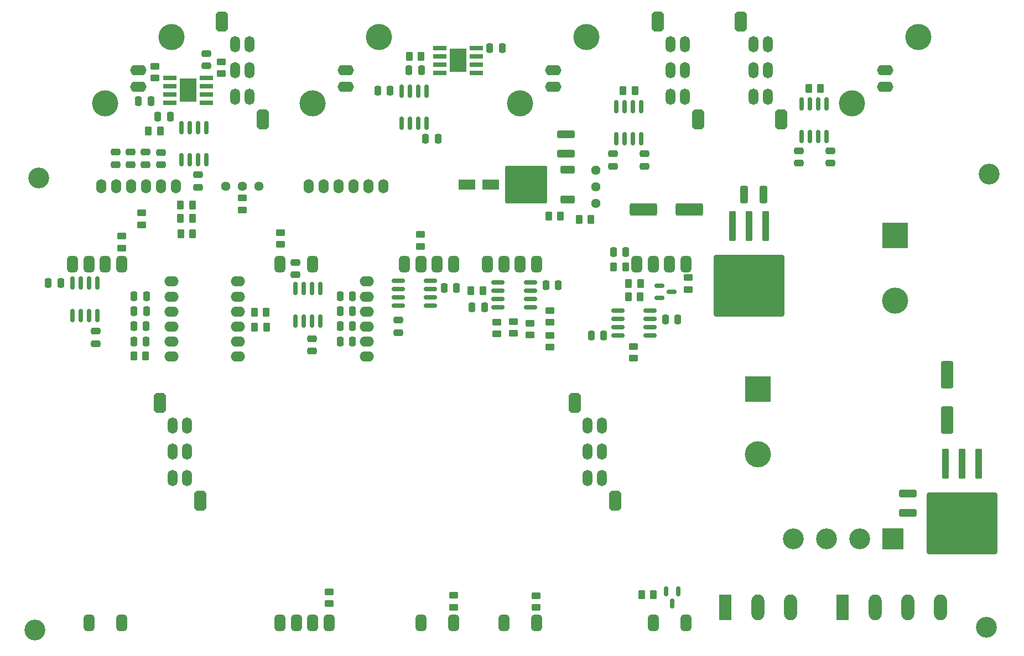
<source format=gbr>
%TF.GenerationSoftware,KiCad,Pcbnew,7.0.2*%
%TF.CreationDate,2023-07-19T18:14:24-04:00*%
%TF.ProjectId,basic_pid,62617369-635f-4706-9964-2e6b69636164,rev?*%
%TF.SameCoordinates,Original*%
%TF.FileFunction,Soldermask,Top*%
%TF.FilePolarity,Negative*%
%FSLAX46Y46*%
G04 Gerber Fmt 4.6, Leading zero omitted, Abs format (unit mm)*
G04 Created by KiCad (PCBNEW 7.0.2) date 2023-07-19 18:14:24*
%MOMM*%
%LPD*%
G01*
G04 APERTURE LIST*
G04 Aperture macros list*
%AMRoundRect*
0 Rectangle with rounded corners*
0 $1 Rounding radius*
0 $2 $3 $4 $5 $6 $7 $8 $9 X,Y pos of 4 corners*
0 Add a 4 corners polygon primitive as box body*
4,1,4,$2,$3,$4,$5,$6,$7,$8,$9,$2,$3,0*
0 Add four circle primitives for the rounded corners*
1,1,$1+$1,$2,$3*
1,1,$1+$1,$4,$5*
1,1,$1+$1,$6,$7*
1,1,$1+$1,$8,$9*
0 Add four rect primitives between the rounded corners*
20,1,$1+$1,$2,$3,$4,$5,0*
20,1,$1+$1,$4,$5,$6,$7,0*
20,1,$1+$1,$6,$7,$8,$9,0*
20,1,$1+$1,$8,$9,$2,$3,0*%
%AMOutline5P*
0 Free polygon, 5 corners , with rotation*
0 The origin of the aperture is its center*
0 number of corners: always 5*
0 $1 to $10 corner X, Y*
0 $11 Rotation angle, in degrees counterclockwise*
0 create outline with 5 corners*
4,1,5,$1,$2,$3,$4,$5,$6,$7,$8,$9,$10,$1,$2,$11*%
%AMOutline6P*
0 Free polygon, 6 corners , with rotation*
0 The origin of the aperture is its center*
0 number of corners: always 6*
0 $1 to $12 corner X, Y*
0 $13 Rotation angle, in degrees counterclockwise*
0 create outline with 6 corners*
4,1,6,$1,$2,$3,$4,$5,$6,$7,$8,$9,$10,$11,$12,$1,$2,$13*%
%AMOutline7P*
0 Free polygon, 7 corners , with rotation*
0 The origin of the aperture is its center*
0 number of corners: always 7*
0 $1 to $14 corner X, Y*
0 $15 Rotation angle, in degrees counterclockwise*
0 create outline with 7 corners*
4,1,7,$1,$2,$3,$4,$5,$6,$7,$8,$9,$10,$11,$12,$13,$14,$1,$2,$15*%
%AMOutline8P*
0 Free polygon, 8 corners , with rotation*
0 The origin of the aperture is its center*
0 number of corners: always 8*
0 $1 to $16 corner X, Y*
0 $17 Rotation angle, in degrees counterclockwise*
0 create outline with 8 corners*
4,1,8,$1,$2,$3,$4,$5,$6,$7,$8,$9,$10,$11,$12,$13,$14,$15,$16,$1,$2,$17*%
G04 Aperture macros list end*
%ADD10RoundRect,0.250000X-0.475000X0.250000X-0.475000X-0.250000X0.475000X-0.250000X0.475000X0.250000X0*%
%ADD11RoundRect,0.250000X0.475000X-0.250000X0.475000X0.250000X-0.475000X0.250000X-0.475000X-0.250000X0*%
%ADD12RoundRect,0.250000X0.250000X0.475000X-0.250000X0.475000X-0.250000X-0.475000X0.250000X-0.475000X0*%
%ADD13RoundRect,0.250000X-0.250000X-0.475000X0.250000X-0.475000X0.250000X0.475000X-0.250000X0.475000X0*%
%ADD14RoundRect,0.150000X-0.150000X0.825000X-0.150000X-0.825000X0.150000X-0.825000X0.150000X0.825000X0*%
%ADD15RoundRect,0.250000X0.262500X0.450000X-0.262500X0.450000X-0.262500X-0.450000X0.262500X-0.450000X0*%
%ADD16RoundRect,0.250000X0.450000X-0.262500X0.450000X0.262500X-0.450000X0.262500X-0.450000X-0.262500X0*%
%ADD17RoundRect,0.250000X-1.100000X0.325000X-1.100000X-0.325000X1.100000X-0.325000X1.100000X0.325000X0*%
%ADD18C,3.200000*%
%ADD19RoundRect,0.250000X-0.700000X1.825000X-0.700000X-1.825000X0.700000X-1.825000X0.700000X1.825000X0*%
%ADD20RoundRect,0.150000X-0.587500X-0.150000X0.587500X-0.150000X0.587500X0.150000X-0.587500X0.150000X0*%
%ADD21RoundRect,0.250000X-0.262500X-0.450000X0.262500X-0.450000X0.262500X0.450000X-0.262500X0.450000X0*%
%ADD22RoundRect,0.250000X-0.450000X0.262500X-0.450000X-0.262500X0.450000X-0.262500X0.450000X0.262500X0*%
%ADD23RoundRect,0.250000X1.050000X0.550000X-1.050000X0.550000X-1.050000X-0.550000X1.050000X-0.550000X0*%
%ADD24R,2.032000X0.660400*%
%ADD25C,0.355600*%
%ADD26R,2.540000X3.556000*%
%ADD27R,4.000000X4.000000*%
%ADD28C,4.000000*%
%ADD29RoundRect,0.150000X-0.825000X-0.150000X0.825000X-0.150000X0.825000X0.150000X-0.825000X0.150000X0*%
%ADD30RoundRect,0.250000X-0.300000X2.050000X-0.300000X-2.050000X0.300000X-2.050000X0.300000X2.050000X0*%
%ADD31RoundRect,0.250002X-5.149998X4.449998X-5.149998X-4.449998X5.149998X-4.449998X5.149998X4.449998X0*%
%ADD32R,3.200000X3.200000*%
%ADD33R,1.980000X3.960000*%
%ADD34O,1.980000X3.960000*%
%ADD35RoundRect,0.150000X-0.150000X0.587500X-0.150000X-0.587500X0.150000X-0.587500X0.150000X0.587500X0*%
%ADD36RoundRect,0.250000X0.325000X1.100000X-0.325000X1.100000X-0.325000X-1.100000X0.325000X-1.100000X0*%
%ADD37RoundRect,0.250000X0.850000X0.350000X-0.850000X0.350000X-0.850000X-0.350000X0.850000X-0.350000X0*%
%ADD38RoundRect,0.249997X2.950003X2.650003X-2.950003X2.650003X-2.950003X-2.650003X2.950003X-2.650003X0*%
%ADD39RoundRect,0.250000X1.825000X0.700000X-1.825000X0.700000X-1.825000X-0.700000X1.825000X-0.700000X0*%
%ADD40RoundRect,0.250000X1.100000X-0.325000X1.100000X0.325000X-1.100000X0.325000X-1.100000X-0.325000X0*%
%ADD41O,2.200000X1.524000*%
%ADD42O,1.524000X2.200000*%
%ADD43O,2.500000X1.600000*%
%ADD44RoundRect,0.508000X-0.317500X-0.762000X0.317500X-0.762000X0.317500X0.762000X-0.317500X0.762000X0*%
%ADD45RoundRect,0.508000X0.317500X0.762000X-0.317500X0.762000X-0.317500X-0.762000X0.317500X-0.762000X0*%
%ADD46O,1.500000X2.500000*%
%ADD47Outline8P,-1.500000X0.540000X-1.140000X0.900000X1.140000X0.900000X1.500000X0.540000X1.500000X-0.540000X1.140000X-0.900000X-1.140000X-0.900000X-1.500000X-0.540000X90.000000*%
%ADD48Outline8P,-1.500000X0.540000X-1.140000X0.900000X1.140000X0.900000X1.500000X0.540000X1.500000X-0.540000X1.140000X-0.900000X-1.140000X-0.900000X-1.500000X-0.540000X270.000000*%
%ADD49C,1.440000*%
G04 APERTURE END LIST*
D10*
%TO.C,C22*%
X147189785Y-79214186D03*
X147189785Y-81114186D03*
%TD*%
%TO.C,C28*%
X198120000Y-50866000D03*
X198120000Y-52766000D03*
%TD*%
D11*
%TO.C,C29*%
X221742000Y-52324000D03*
X221742000Y-50424000D03*
%TD*%
D12*
%TO.C,C36*%
X122529912Y-42780399D03*
X120629912Y-42780399D03*
%TD*%
D13*
%TO.C,C1*%
X193324556Y-65888588D03*
X195224556Y-65888588D03*
%TD*%
%TO.C,C30*%
X164571330Y-48543772D03*
X166471330Y-48543772D03*
%TD*%
D14*
%TO.C,U7*%
X164743107Y-41255715D03*
X163473107Y-41255715D03*
X162203107Y-41255715D03*
X160933107Y-41255715D03*
X160933107Y-46205715D03*
X162203107Y-46205715D03*
X163473107Y-46205715D03*
X164743107Y-46205715D03*
%TD*%
D15*
%TO.C,R20*%
X128904874Y-60765575D03*
X127079874Y-60765575D03*
%TD*%
D13*
%TO.C,C4*%
X119950490Y-75016237D03*
X121850490Y-75016237D03*
%TD*%
%TO.C,C31*%
X157271330Y-41177772D03*
X159171330Y-41177772D03*
%TD*%
D14*
%TO.C,U12*%
X131040539Y-46873999D03*
X129770539Y-46873999D03*
X128500539Y-46873999D03*
X127230539Y-46873999D03*
X127230539Y-51823999D03*
X128500539Y-51823999D03*
X129770539Y-51823999D03*
X131040539Y-51823999D03*
%TD*%
D16*
%TO.C,R28*%
X204791002Y-71661088D03*
X204791002Y-69836088D03*
%TD*%
D17*
%TO.C,C25*%
X238400000Y-102950000D03*
X238400000Y-105900000D03*
%TD*%
D18*
%TO.C,H1*%
X250825000Y-53975000D03*
%TD*%
D16*
%TO.C,R29*%
X136551318Y-59463248D03*
X136551318Y-57638248D03*
%TD*%
D13*
%TO.C,C9*%
X151482846Y-72675380D03*
X153382846Y-72675380D03*
%TD*%
D19*
%TO.C,C33*%
X244374513Y-84682000D03*
X244374513Y-91632000D03*
%TD*%
D16*
%TO.C,R4*%
X196410057Y-82206272D03*
X196410057Y-80381272D03*
%TD*%
D20*
%TO.C,U1*%
X200357500Y-71059000D03*
X200357500Y-72959000D03*
X202232500Y-72009000D03*
%TD*%
D10*
%TO.C,C12*%
X121715637Y-50644852D03*
X121715637Y-52544852D03*
%TD*%
D21*
%TO.C,R34*%
X223219000Y-40894000D03*
X225044000Y-40894000D03*
%TD*%
D22*
%TO.C,R13*%
X163820390Y-63250847D03*
X163820390Y-65075847D03*
%TD*%
D15*
%TO.C,R1*%
X197485000Y-70739000D03*
X195660000Y-70739000D03*
%TD*%
D18*
%TO.C,H2*%
X105410000Y-54610000D03*
%TD*%
D13*
%TO.C,C15*%
X189941612Y-78752855D03*
X191841612Y-78752855D03*
%TD*%
D10*
%TO.C,C40*%
X129785632Y-54116256D03*
X129785632Y-56016256D03*
%TD*%
D23*
%TO.C,C44*%
X174542000Y-55626000D03*
X170942000Y-55626000D03*
%TD*%
D16*
%TO.C,R23*%
X123190000Y-37441500D03*
X123190000Y-39266500D03*
%TD*%
D21*
%TO.C,R2*%
X197626000Y-118394000D03*
X199451000Y-118394000D03*
%TD*%
%TO.C,R9*%
X171531988Y-71886973D03*
X173356988Y-71886973D03*
%TD*%
D24*
%TO.C,U13*%
X131040539Y-43063999D03*
X131040539Y-41793999D03*
X131040539Y-40523999D03*
X131040539Y-39253999D03*
X125452539Y-39253999D03*
X125452539Y-40523999D03*
X125452539Y-41793999D03*
X125452539Y-43063999D03*
D25*
X129135539Y-42682999D03*
X129135539Y-41158999D03*
X129135539Y-39634999D03*
X128691039Y-41920999D03*
X128691039Y-40396999D03*
X128246539Y-42682999D03*
X128246539Y-41158999D03*
D26*
X128246539Y-41158999D03*
D25*
X128246539Y-39634999D03*
X127802039Y-41920999D03*
X127802039Y-40396999D03*
X127357539Y-42682999D03*
X127357539Y-41158999D03*
X127357539Y-39634999D03*
%TD*%
D27*
%TO.C,C19*%
X215400000Y-86900000D03*
D28*
X215400000Y-96900000D03*
%TD*%
D15*
%TO.C,R15*%
X163910050Y-35931061D03*
X162085050Y-35931061D03*
%TD*%
D29*
%TO.C,U10*%
X160404000Y-70358000D03*
X160404000Y-71628000D03*
X160404000Y-72898000D03*
X160404000Y-74168000D03*
X165354000Y-74168000D03*
X165354000Y-72898000D03*
X165354000Y-71628000D03*
X165354000Y-70358000D03*
%TD*%
D16*
%TO.C,R10*%
X183628521Y-74883000D03*
X183628521Y-76708000D03*
%TD*%
D30*
%TO.C,U15*%
X249241513Y-98360000D03*
X246701513Y-98360000D03*
D31*
X246701513Y-107510000D03*
D30*
X244161513Y-98360000D03*
%TD*%
D29*
%TO.C,U5*%
X194015347Y-74939710D03*
X194015347Y-76209710D03*
X194015347Y-77479710D03*
X194015347Y-78749710D03*
X198965347Y-78749710D03*
X198965347Y-77479710D03*
X198965347Y-76209710D03*
X198965347Y-74939710D03*
%TD*%
D13*
%TO.C,C2*%
X119920822Y-79616208D03*
X121820822Y-79616208D03*
%TD*%
%TO.C,C8*%
X151486890Y-74994304D03*
X153386890Y-74994304D03*
%TD*%
%TO.C,C3*%
X119937282Y-77281078D03*
X121837282Y-77281078D03*
%TD*%
%TO.C,C6*%
X151472514Y-79619652D03*
X153372514Y-79619652D03*
%TD*%
D10*
%TO.C,C10*%
X117156038Y-50644852D03*
X117156038Y-52544852D03*
%TD*%
D16*
%TO.C,R18*%
X121158000Y-61769000D03*
X121158000Y-59944000D03*
%TD*%
D15*
%TO.C,R32*%
X185231020Y-60415319D03*
X183406020Y-60415319D03*
%TD*%
D10*
%TO.C,C34*%
X226568000Y-50424000D03*
X226568000Y-52324000D03*
%TD*%
%TO.C,C11*%
X119423514Y-50644852D03*
X119423514Y-52544852D03*
%TD*%
D12*
%TO.C,C43*%
X125511875Y-45174552D03*
X123611875Y-45174552D03*
%TD*%
D10*
%TO.C,C23*%
X144633302Y-67528119D03*
X144633302Y-69428119D03*
%TD*%
D15*
%TO.C,R14*%
X121746574Y-81848528D03*
X119921574Y-81848528D03*
%TD*%
D13*
%TO.C,C14*%
X201288358Y-76214741D03*
X203188358Y-76214741D03*
%TD*%
D21*
%TO.C,R33*%
X194818000Y-41214000D03*
X196643000Y-41214000D03*
%TD*%
D22*
%TO.C,R27*%
X118104184Y-63495367D03*
X118104184Y-65320367D03*
%TD*%
D16*
%TO.C,R24*%
X181526556Y-120388090D03*
X181526556Y-118563090D03*
%TD*%
D10*
%TO.C,C13*%
X124068857Y-50655314D03*
X124068857Y-52555314D03*
%TD*%
D13*
%TO.C,C17*%
X171675343Y-74422000D03*
X173575343Y-74422000D03*
%TD*%
D12*
%TO.C,C38*%
X163939872Y-38064769D03*
X162039872Y-38064769D03*
%TD*%
D11*
%TO.C,C35*%
X193294000Y-52766000D03*
X193294000Y-50866000D03*
%TD*%
D21*
%TO.C,R16*%
X138403651Y-77441179D03*
X140228651Y-77441179D03*
%TD*%
D14*
%TO.C,U11*%
X114357857Y-70674542D03*
X113087857Y-70674542D03*
X111817857Y-70674542D03*
X110547857Y-70674542D03*
X110547857Y-75624542D03*
X111817857Y-75624542D03*
X113087857Y-75624542D03*
X114357857Y-75624542D03*
%TD*%
D13*
%TO.C,C27*%
X106821027Y-70654882D03*
X108721027Y-70654882D03*
%TD*%
%TO.C,C5*%
X119957344Y-72734573D03*
X121857344Y-72734573D03*
%TD*%
D32*
%TO.C,D1*%
X236060000Y-109900000D03*
D18*
X230980000Y-109900000D03*
X225900000Y-109900000D03*
X220820000Y-109900000D03*
%TD*%
%TO.C,H4*%
X250400000Y-123400000D03*
%TD*%
D15*
%TO.C,R30*%
X189888500Y-60960000D03*
X188063500Y-60960000D03*
%TD*%
D21*
%TO.C,R17*%
X138376980Y-75144498D03*
X140201980Y-75144498D03*
%TD*%
D33*
%TO.C,J6*%
X210460000Y-120400000D03*
D34*
X215460000Y-120400000D03*
X220460000Y-120400000D03*
%TD*%
D10*
%TO.C,C37*%
X131037208Y-35534266D03*
X131037208Y-37434266D03*
%TD*%
D14*
%TO.C,U9*%
X148474003Y-71553337D03*
X147204003Y-71553337D03*
X145934003Y-71553337D03*
X144664003Y-71553337D03*
X144664003Y-76503337D03*
X145934003Y-76503337D03*
X147204003Y-76503337D03*
X148474003Y-76503337D03*
%TD*%
D18*
%TO.C,H3*%
X104775000Y-123825000D03*
%TD*%
D11*
%TO.C,C21*%
X160388639Y-78277554D03*
X160388639Y-76377554D03*
%TD*%
D16*
%TO.C,R11*%
X183628521Y-80518000D03*
X183628521Y-78693000D03*
%TD*%
D14*
%TO.C,U4*%
X225933000Y-43245000D03*
X224663000Y-43245000D03*
X223393000Y-43245000D03*
X222123000Y-43245000D03*
X222123000Y-48195000D03*
X223393000Y-48195000D03*
X224663000Y-48195000D03*
X225933000Y-48195000D03*
%TD*%
D15*
%TO.C,R19*%
X128921050Y-63093340D03*
X127096050Y-63093340D03*
%TD*%
D35*
%TO.C,U2*%
X203261000Y-117886000D03*
X201361000Y-117886000D03*
X202311000Y-119761000D03*
%TD*%
D16*
%TO.C,R25*%
X142394771Y-64770000D03*
X142394771Y-62945000D03*
%TD*%
D13*
%TO.C,C7*%
X151486890Y-77278515D03*
X153386890Y-77278515D03*
%TD*%
D12*
%TO.C,C39*%
X176306175Y-34668646D03*
X174406175Y-34668646D03*
%TD*%
D15*
%TO.C,R3*%
X195198784Y-68208047D03*
X193373784Y-68208047D03*
%TD*%
D13*
%TO.C,C16*%
X182998521Y-71044749D03*
X184898521Y-71044749D03*
%TD*%
D36*
%TO.C,C24*%
X216310000Y-57150000D03*
X213360000Y-57150000D03*
%TD*%
D15*
%TO.C,R22*%
X123989447Y-47365468D03*
X122164447Y-47365468D03*
%TD*%
D10*
%TO.C,C26*%
X114054319Y-78050749D03*
X114054319Y-79950749D03*
%TD*%
D37*
%TO.C,U16*%
X186285914Y-57852853D03*
D38*
X179985914Y-55572853D03*
D37*
X186285914Y-53292853D03*
%TD*%
D16*
%TO.C,R6*%
X180594000Y-78636500D03*
X180594000Y-76811500D03*
%TD*%
D39*
%TO.C,C32*%
X204900000Y-59400000D03*
X197950000Y-59400000D03*
%TD*%
D21*
%TO.C,R5*%
X197413847Y-72767739D03*
X195588847Y-72767739D03*
%TD*%
D40*
%TO.C,C42*%
X186068098Y-50830458D03*
X186068098Y-47880458D03*
%TD*%
D27*
%TO.C,C18*%
X236400000Y-63400000D03*
D28*
X236400000Y-73400000D03*
%TD*%
D29*
%TO.C,U6*%
X175685406Y-70576901D03*
X175685406Y-71846901D03*
X175685406Y-73116901D03*
X175685406Y-74386901D03*
X180635406Y-74386901D03*
X180635406Y-73116901D03*
X180635406Y-71846901D03*
X180635406Y-70576901D03*
%TD*%
D16*
%TO.C,R26*%
X168910000Y-120336220D03*
X168910000Y-118511220D03*
%TD*%
%TO.C,R7*%
X175514000Y-78486000D03*
X175514000Y-76661000D03*
%TD*%
D30*
%TO.C,U14*%
X216662000Y-61946000D03*
X214122000Y-61946000D03*
D31*
X214122000Y-71096000D03*
D30*
X211582000Y-61946000D03*
%TD*%
D14*
%TO.C,U3*%
X197612000Y-43630000D03*
X196342000Y-43630000D03*
X195072000Y-43630000D03*
X193802000Y-43630000D03*
X193802000Y-48580000D03*
X195072000Y-48580000D03*
X196342000Y-48580000D03*
X197612000Y-48580000D03*
%TD*%
D22*
%TO.C,R12*%
X149860000Y-117959500D03*
X149860000Y-119784500D03*
%TD*%
D21*
%TO.C,R21*%
X127078976Y-58745812D03*
X128903976Y-58745812D03*
%TD*%
D13*
%TO.C,C20*%
X167394283Y-71452427D03*
X169294283Y-71452427D03*
%TD*%
D24*
%TO.C,U8*%
X172300512Y-38469772D03*
X172300512Y-37199772D03*
X172300512Y-35929772D03*
X172300512Y-34659772D03*
X166712512Y-34659772D03*
X166712512Y-35929772D03*
X166712512Y-37199772D03*
X166712512Y-38469772D03*
D25*
X170395512Y-38088772D03*
X170395512Y-36564772D03*
X170395512Y-35040772D03*
X169951012Y-37326772D03*
X169951012Y-35802772D03*
X169506512Y-38088772D03*
X169506512Y-36564772D03*
D26*
X169506512Y-36564772D03*
D25*
X169506512Y-35040772D03*
X169062012Y-37326772D03*
X169062012Y-35802772D03*
X168617512Y-38088772D03*
X168617512Y-36564772D03*
X168617512Y-35040772D03*
%TD*%
D16*
%TO.C,R8*%
X178054000Y-78382500D03*
X178054000Y-76557500D03*
%TD*%
D33*
%TO.C,J5*%
X228400000Y-120400000D03*
D34*
X233400000Y-120400000D03*
X238400000Y-120400000D03*
X243400000Y-120400000D03*
%TD*%
D16*
%TO.C,R31*%
X133343552Y-38588712D03*
X133343552Y-36763712D03*
%TD*%
D41*
%TO.C,SW8*%
X135890000Y-79650000D03*
X135890000Y-77350000D03*
X135890000Y-75050000D03*
X135890000Y-72750000D03*
X135890000Y-70450000D03*
X135890000Y-81950000D03*
%TD*%
D42*
%TO.C,SW9*%
X117200000Y-55880000D03*
X119500000Y-55880000D03*
X121800000Y-55880000D03*
X124100000Y-55880000D03*
X126400000Y-55880000D03*
X114900000Y-55880000D03*
%TD*%
D28*
%TO.C,J4*%
X125730000Y-33020000D03*
X115570000Y-43180000D03*
D43*
X120650000Y-38100000D03*
X120650000Y-40640000D03*
%TD*%
D44*
%TO.C,RV3*%
X147300000Y-122750000D03*
X149800000Y-122750000D03*
X147300000Y-67750000D03*
X142300000Y-67750000D03*
X142300000Y-122750000D03*
X144800000Y-122750000D03*
%TD*%
D45*
%TO.C,RV4*%
X163850000Y-67750000D03*
X161350000Y-67750000D03*
X163850000Y-122750000D03*
X168850000Y-122750000D03*
X168850000Y-67750000D03*
X166350000Y-67750000D03*
%TD*%
D46*
%TO.C,SW5*%
X191600000Y-100520000D03*
X191600000Y-96520000D03*
X191600000Y-92520000D03*
X189400000Y-100520000D03*
X189400000Y-96520000D03*
X189400000Y-92520000D03*
D47*
X193600000Y-104020000D03*
X187400000Y-89020000D03*
%TD*%
D46*
%TO.C,SW1*%
X202100000Y-34100000D03*
X202100000Y-38100000D03*
X202100000Y-42100000D03*
X204300000Y-34100000D03*
X204300000Y-38100000D03*
X204300000Y-42100000D03*
D48*
X200100000Y-30600000D03*
X206300000Y-45600000D03*
%TD*%
D45*
%TO.C,RV5*%
X113050000Y-67750000D03*
X110550000Y-67750000D03*
X113050000Y-122750000D03*
X118050000Y-122750000D03*
X118050000Y-67750000D03*
X115550000Y-67750000D03*
%TD*%
%TO.C,RV1*%
X199410000Y-67750000D03*
X196910000Y-67750000D03*
X199410000Y-122750000D03*
X204410000Y-122750000D03*
X204410000Y-67750000D03*
X201910000Y-67750000D03*
%TD*%
D49*
%TO.C,RV6*%
X139065000Y-55880000D03*
X136525000Y-55880000D03*
X133985000Y-55880000D03*
%TD*%
D46*
%TO.C,SW3*%
X128100000Y-100520000D03*
X128100000Y-96520000D03*
X128100000Y-92520000D03*
X125900000Y-100520000D03*
X125900000Y-96520000D03*
X125900000Y-92520000D03*
D47*
X130100000Y-104020000D03*
X123900000Y-89020000D03*
%TD*%
D49*
%TO.C,RV7*%
X190647006Y-58437475D03*
X190647006Y-55897475D03*
X190647006Y-53357475D03*
%TD*%
D46*
%TO.C,SW10*%
X137625000Y-42100000D03*
X137625000Y-38100000D03*
X137625000Y-34100000D03*
X135425000Y-42100000D03*
X135425000Y-38100000D03*
X135425000Y-34100000D03*
D47*
X139625000Y-45600000D03*
X133425000Y-30600000D03*
%TD*%
D46*
%TO.C,SW2*%
X217000000Y-42100000D03*
X217000000Y-38100000D03*
X217000000Y-34100000D03*
X214800000Y-42100000D03*
X214800000Y-38100000D03*
X214800000Y-34100000D03*
D47*
X219000000Y-45600000D03*
X212800000Y-30600000D03*
%TD*%
D42*
%TO.C,SW4*%
X148950000Y-55880000D03*
X151250000Y-55880000D03*
X153550000Y-55880000D03*
X155850000Y-55880000D03*
X158150000Y-55880000D03*
X146650000Y-55880000D03*
%TD*%
D28*
%TO.C,J2*%
X240030000Y-33020000D03*
X229870000Y-43180000D03*
D43*
X234950000Y-38100000D03*
X234950000Y-40640000D03*
%TD*%
D41*
%TO.C,SW7*%
X155575000Y-79650000D03*
X155575000Y-77350000D03*
X155575000Y-75050000D03*
X155575000Y-72750000D03*
X155575000Y-70450000D03*
X155575000Y-81950000D03*
%TD*%
D28*
%TO.C,J1*%
X189230000Y-33020000D03*
X179070000Y-43180000D03*
D43*
X184150000Y-38100000D03*
X184150000Y-40640000D03*
%TD*%
D41*
%TO.C,SW6*%
X125730000Y-79650000D03*
X125730000Y-77350000D03*
X125730000Y-75050000D03*
X125730000Y-72750000D03*
X125730000Y-70450000D03*
X125730000Y-81950000D03*
%TD*%
D45*
%TO.C,RV2*%
X176550000Y-67750000D03*
X174050000Y-67750000D03*
X176550000Y-122750000D03*
X181550000Y-122750000D03*
X181550000Y-67750000D03*
X179050000Y-67750000D03*
%TD*%
D28*
%TO.C,J3*%
X157480000Y-33020000D03*
X147320000Y-43180000D03*
D43*
X152400000Y-38100000D03*
X152400000Y-40640000D03*
%TD*%
M02*

</source>
